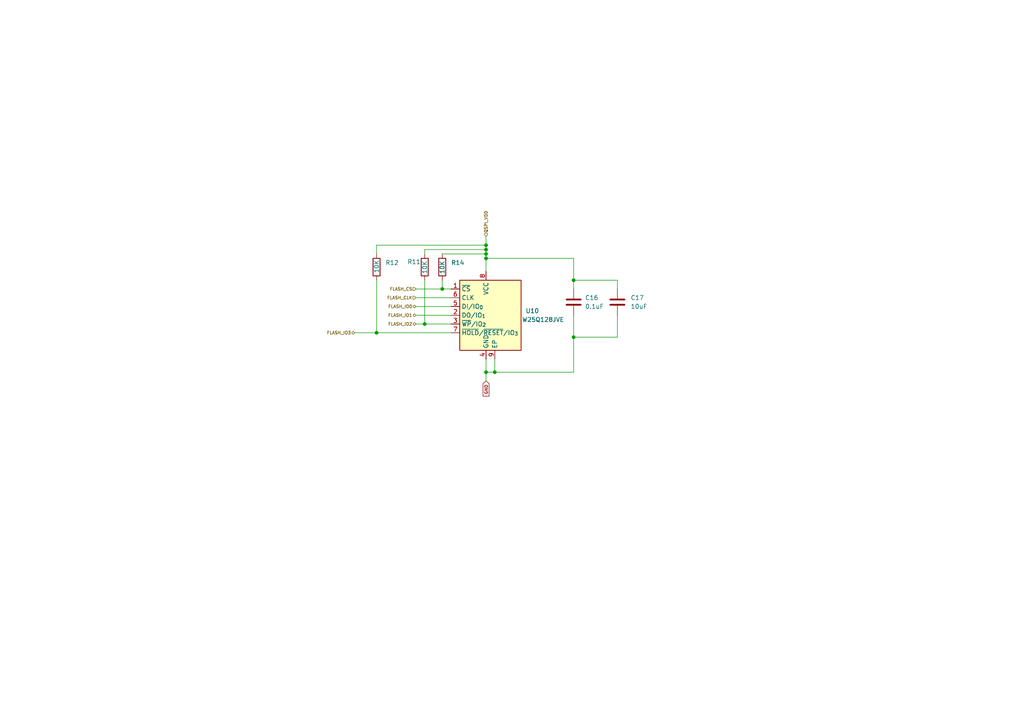
<source format=kicad_sch>
(kicad_sch
	(version 20250114)
	(generator "eeschema")
	(generator_version "9.0")
	(uuid "f61a3200-c54a-4e92-909d-9e48334055fc")
	(paper "A4")
	(lib_symbols
		(symbol "Device:C"
			(pin_numbers
				(hide yes)
			)
			(pin_names
				(offset 0.254)
			)
			(exclude_from_sim no)
			(in_bom yes)
			(on_board yes)
			(property "Reference" "C"
				(at 0.635 2.54 0)
				(effects
					(font
						(size 1.27 1.27)
					)
					(justify left)
				)
			)
			(property "Value" "C"
				(at 0.635 -2.54 0)
				(effects
					(font
						(size 1.27 1.27)
					)
					(justify left)
				)
			)
			(property "Footprint" ""
				(at 0.9652 -3.81 0)
				(effects
					(font
						(size 1.27 1.27)
					)
					(hide yes)
				)
			)
			(property "Datasheet" "~"
				(at 0 0 0)
				(effects
					(font
						(size 1.27 1.27)
					)
					(hide yes)
				)
			)
			(property "Description" "Unpolarized capacitor"
				(at 0 0 0)
				(effects
					(font
						(size 1.27 1.27)
					)
					(hide yes)
				)
			)
			(property "ki_keywords" "cap capacitor"
				(at 0 0 0)
				(effects
					(font
						(size 1.27 1.27)
					)
					(hide yes)
				)
			)
			(property "ki_fp_filters" "C_*"
				(at 0 0 0)
				(effects
					(font
						(size 1.27 1.27)
					)
					(hide yes)
				)
			)
			(symbol "C_0_1"
				(polyline
					(pts
						(xy -2.032 0.762) (xy 2.032 0.762)
					)
					(stroke
						(width 0.508)
						(type default)
					)
					(fill
						(type none)
					)
				)
				(polyline
					(pts
						(xy -2.032 -0.762) (xy 2.032 -0.762)
					)
					(stroke
						(width 0.508)
						(type default)
					)
					(fill
						(type none)
					)
				)
			)
			(symbol "C_1_1"
				(pin passive line
					(at 0 3.81 270)
					(length 2.794)
					(name "~"
						(effects
							(font
								(size 1.27 1.27)
							)
						)
					)
					(number "1"
						(effects
							(font
								(size 1.27 1.27)
							)
						)
					)
				)
				(pin passive line
					(at 0 -3.81 90)
					(length 2.794)
					(name "~"
						(effects
							(font
								(size 1.27 1.27)
							)
						)
					)
					(number "2"
						(effects
							(font
								(size 1.27 1.27)
							)
						)
					)
				)
			)
			(embedded_fonts no)
		)
		(symbol "Device:R"
			(pin_numbers
				(hide yes)
			)
			(pin_names
				(offset 0)
			)
			(exclude_from_sim no)
			(in_bom yes)
			(on_board yes)
			(property "Reference" "R"
				(at 2.032 0 90)
				(effects
					(font
						(size 1.27 1.27)
					)
				)
			)
			(property "Value" "R"
				(at 0 0 90)
				(effects
					(font
						(size 1.27 1.27)
					)
				)
			)
			(property "Footprint" ""
				(at -1.778 0 90)
				(effects
					(font
						(size 1.27 1.27)
					)
					(hide yes)
				)
			)
			(property "Datasheet" "~"
				(at 0 0 0)
				(effects
					(font
						(size 1.27 1.27)
					)
					(hide yes)
				)
			)
			(property "Description" "Resistor"
				(at 0 0 0)
				(effects
					(font
						(size 1.27 1.27)
					)
					(hide yes)
				)
			)
			(property "ki_keywords" "R res resistor"
				(at 0 0 0)
				(effects
					(font
						(size 1.27 1.27)
					)
					(hide yes)
				)
			)
			(property "ki_fp_filters" "R_*"
				(at 0 0 0)
				(effects
					(font
						(size 1.27 1.27)
					)
					(hide yes)
				)
			)
			(symbol "R_0_1"
				(rectangle
					(start -1.016 -2.54)
					(end 1.016 2.54)
					(stroke
						(width 0.254)
						(type default)
					)
					(fill
						(type none)
					)
				)
			)
			(symbol "R_1_1"
				(pin passive line
					(at 0 3.81 270)
					(length 1.27)
					(name "~"
						(effects
							(font
								(size 1.27 1.27)
							)
						)
					)
					(number "1"
						(effects
							(font
								(size 1.27 1.27)
							)
						)
					)
				)
				(pin passive line
					(at 0 -3.81 90)
					(length 1.27)
					(name "~"
						(effects
							(font
								(size 1.27 1.27)
							)
						)
					)
					(number "2"
						(effects
							(font
								(size 1.27 1.27)
							)
						)
					)
				)
			)
			(embedded_fonts no)
		)
		(symbol "Memory_Flash:W25Q128JVE"
			(exclude_from_sim no)
			(in_bom yes)
			(on_board yes)
			(property "Reference" "U"
				(at -6.35 11.43 0)
				(effects
					(font
						(size 1.27 1.27)
					)
				)
			)
			(property "Value" "W25Q128JVE"
				(at 7.62 11.43 0)
				(effects
					(font
						(size 1.27 1.27)
					)
				)
			)
			(property "Footprint" "Package_SON:WSON-8-1EP_8x6mm_P1.27mm_EP3.4x4.3mm"
				(at 0 22.86 0)
				(effects
					(font
						(size 1.27 1.27)
					)
					(hide yes)
				)
			)
			(property "Datasheet" "https://www.winbond.com/resource-files/w25q128jv_dtr%20revc%2003272018%20plus.pdf"
				(at 0 25.4 0)
				(effects
					(font
						(size 1.27 1.27)
					)
					(hide yes)
				)
			)
			(property "Description" "128Mbit / 16MiB Serial Flash Memory, Standard/Dual/Quad SPI, 2.7-3.6V, WSON-8"
				(at 0 27.94 0)
				(effects
					(font
						(size 1.27 1.27)
					)
					(hide yes)
				)
			)
			(property "ki_keywords" "flash memory SPI QPI DTR"
				(at 0 0 0)
				(effects
					(font
						(size 1.27 1.27)
					)
					(hide yes)
				)
			)
			(property "ki_fp_filters" "WSON*1EP*8x6mm*P1.27mm*"
				(at 0 0 0)
				(effects
					(font
						(size 1.27 1.27)
					)
					(hide yes)
				)
			)
			(symbol "W25Q128JVE_0_1"
				(rectangle
					(start -7.62 10.16)
					(end 10.16 -10.16)
					(stroke
						(width 0.254)
						(type default)
					)
					(fill
						(type background)
					)
				)
			)
			(symbol "W25Q128JVE_1_1"
				(pin input line
					(at -10.16 7.62 0)
					(length 2.54)
					(name "~{CS}"
						(effects
							(font
								(size 1.27 1.27)
							)
						)
					)
					(number "1"
						(effects
							(font
								(size 1.27 1.27)
							)
						)
					)
				)
				(pin input line
					(at -10.16 5.08 0)
					(length 2.54)
					(name "CLK"
						(effects
							(font
								(size 1.27 1.27)
							)
						)
					)
					(number "6"
						(effects
							(font
								(size 1.27 1.27)
							)
						)
					)
				)
				(pin bidirectional line
					(at -10.16 2.54 0)
					(length 2.54)
					(name "DI/IO_{0}"
						(effects
							(font
								(size 1.27 1.27)
							)
						)
					)
					(number "5"
						(effects
							(font
								(size 1.27 1.27)
							)
						)
					)
				)
				(pin bidirectional line
					(at -10.16 0 0)
					(length 2.54)
					(name "DO/IO_{1}"
						(effects
							(font
								(size 1.27 1.27)
							)
						)
					)
					(number "2"
						(effects
							(font
								(size 1.27 1.27)
							)
						)
					)
				)
				(pin bidirectional line
					(at -10.16 -2.54 0)
					(length 2.54)
					(name "~{WP}/IO_{2}"
						(effects
							(font
								(size 1.27 1.27)
							)
						)
					)
					(number "3"
						(effects
							(font
								(size 1.27 1.27)
							)
						)
					)
				)
				(pin bidirectional line
					(at -10.16 -5.08 0)
					(length 2.54)
					(name "~{HOLD}/~{RESET}/IO_{3}"
						(effects
							(font
								(size 1.27 1.27)
							)
						)
					)
					(number "7"
						(effects
							(font
								(size 1.27 1.27)
							)
						)
					)
				)
				(pin power_in line
					(at 0 12.7 270)
					(length 2.54)
					(name "VCC"
						(effects
							(font
								(size 1.27 1.27)
							)
						)
					)
					(number "8"
						(effects
							(font
								(size 1.27 1.27)
							)
						)
					)
				)
				(pin power_in line
					(at 0 -12.7 90)
					(length 2.54)
					(name "GND"
						(effects
							(font
								(size 1.27 1.27)
							)
						)
					)
					(number "4"
						(effects
							(font
								(size 1.27 1.27)
							)
						)
					)
				)
				(pin passive line
					(at 2.54 -12.7 90)
					(length 2.54)
					(name "EP"
						(effects
							(font
								(size 1.27 1.27)
							)
						)
					)
					(number "9"
						(effects
							(font
								(size 1.27 1.27)
							)
						)
					)
				)
			)
			(embedded_fonts no)
		)
	)
	(junction
		(at 128.27 83.82)
		(diameter 0)
		(color 0 0 0 0)
		(uuid "10f46da6-af3b-43c7-b4c2-700f412214ef")
	)
	(junction
		(at 140.97 71.12)
		(diameter 0)
		(color 0 0 0 0)
		(uuid "4812aaa1-8dc9-48ce-9689-a3860436e463")
	)
	(junction
		(at 140.97 107.95)
		(diameter 0)
		(color 0 0 0 0)
		(uuid "6dde8a3b-3be3-46b2-a301-b1326746f257")
	)
	(junction
		(at 143.51 107.95)
		(diameter 0)
		(color 0 0 0 0)
		(uuid "7e3c5bd8-a5d6-447c-8b83-4a8283e42bee")
	)
	(junction
		(at 140.97 73.66)
		(diameter 0)
		(color 0 0 0 0)
		(uuid "8bff435a-6abc-4dab-ae37-72fafad4c11e")
	)
	(junction
		(at 140.97 72.39)
		(diameter 0)
		(color 0 0 0 0)
		(uuid "913dbc50-16e1-40ae-833f-7d29d997cf50")
	)
	(junction
		(at 166.37 97.79)
		(diameter 0)
		(color 0 0 0 0)
		(uuid "a1902a49-b8fb-44dc-ae08-642074d9820b")
	)
	(junction
		(at 109.22 96.52)
		(diameter 0)
		(color 0 0 0 0)
		(uuid "c7aec446-5dbb-4ac8-8a09-3071a5948be9")
	)
	(junction
		(at 166.37 81.28)
		(diameter 0)
		(color 0 0 0 0)
		(uuid "df70eab0-14d3-4289-9200-8202d6c3a3b8")
	)
	(junction
		(at 140.97 74.93)
		(diameter 0)
		(color 0 0 0 0)
		(uuid "dff5ae67-1416-412a-9c51-68bf40422fc3")
	)
	(junction
		(at 123.19 93.98)
		(diameter 0)
		(color 0 0 0 0)
		(uuid "f40e39f8-489a-44fe-a0f0-99801fd7ab30")
	)
	(wire
		(pts
			(xy 166.37 81.28) (xy 166.37 83.82)
		)
		(stroke
			(width 0)
			(type default)
		)
		(uuid "085b8b8b-2788-47d5-aa74-570bce147226")
	)
	(wire
		(pts
			(xy 123.19 72.39) (xy 140.97 72.39)
		)
		(stroke
			(width 0)
			(type default)
		)
		(uuid "097d396c-454b-4b47-9d77-394ee5786025")
	)
	(wire
		(pts
			(xy 102.87 96.52) (xy 109.22 96.52)
		)
		(stroke
			(width 0)
			(type default)
		)
		(uuid "0f8623f6-3165-4b7a-a5a7-2d0d2f2c8a08")
	)
	(wire
		(pts
			(xy 109.22 96.52) (xy 130.81 96.52)
		)
		(stroke
			(width 0)
			(type default)
		)
		(uuid "1a8c5cfe-13b9-465c-b428-37d6a953e755")
	)
	(wire
		(pts
			(xy 179.07 81.28) (xy 166.37 81.28)
		)
		(stroke
			(width 0)
			(type default)
		)
		(uuid "1ac543e8-aeec-4b98-bfbb-a411361f8803")
	)
	(wire
		(pts
			(xy 120.65 91.44) (xy 130.81 91.44)
		)
		(stroke
			(width 0)
			(type default)
		)
		(uuid "1f325f00-a524-4c8c-87d3-69b272a92740")
	)
	(wire
		(pts
			(xy 140.97 107.95) (xy 143.51 107.95)
		)
		(stroke
			(width 0)
			(type default)
		)
		(uuid "308b829a-6649-47cf-91bf-219081fc28e6")
	)
	(wire
		(pts
			(xy 140.97 72.39) (xy 140.97 73.66)
		)
		(stroke
			(width 0)
			(type default)
		)
		(uuid "32978720-8bb5-46e9-996e-e5bf5950c99e")
	)
	(wire
		(pts
			(xy 179.07 91.44) (xy 179.07 97.79)
		)
		(stroke
			(width 0)
			(type default)
		)
		(uuid "338929f7-332d-445e-ab0d-3f047d900c71")
	)
	(wire
		(pts
			(xy 140.97 68.58) (xy 140.97 71.12)
		)
		(stroke
			(width 0)
			(type default)
		)
		(uuid "3436a75c-7a00-483c-adb2-ab9249262e48")
	)
	(wire
		(pts
			(xy 128.27 81.28) (xy 128.27 83.82)
		)
		(stroke
			(width 0)
			(type default)
		)
		(uuid "38b52a7b-1ef2-4d85-b72d-19dd559c9b86")
	)
	(wire
		(pts
			(xy 128.27 73.66) (xy 140.97 73.66)
		)
		(stroke
			(width 0)
			(type default)
		)
		(uuid "395d6965-9269-42c5-bdfb-9e2c4311ef76")
	)
	(wire
		(pts
			(xy 109.22 81.28) (xy 109.22 96.52)
		)
		(stroke
			(width 0)
			(type default)
		)
		(uuid "3dc180f3-aa82-4b1b-b754-28d62fa3801e")
	)
	(wire
		(pts
			(xy 120.65 83.82) (xy 128.27 83.82)
		)
		(stroke
			(width 0)
			(type default)
		)
		(uuid "3df4cf83-c9c9-4d16-a322-f3f2810524f1")
	)
	(wire
		(pts
			(xy 179.07 97.79) (xy 166.37 97.79)
		)
		(stroke
			(width 0)
			(type default)
		)
		(uuid "44673a62-5f57-42ad-b6be-22f2902b9e90")
	)
	(wire
		(pts
			(xy 140.97 110.49) (xy 140.97 107.95)
		)
		(stroke
			(width 0)
			(type default)
		)
		(uuid "5807f2ef-e76d-4599-941e-36ad3f3b54cd")
	)
	(wire
		(pts
			(xy 120.65 93.98) (xy 123.19 93.98)
		)
		(stroke
			(width 0)
			(type default)
		)
		(uuid "6724012c-f49f-422c-817a-5ea24be5c29c")
	)
	(wire
		(pts
			(xy 128.27 83.82) (xy 130.81 83.82)
		)
		(stroke
			(width 0)
			(type default)
		)
		(uuid "6f2f2f9d-0a55-4851-9ba7-4035ae9fe089")
	)
	(wire
		(pts
			(xy 109.22 71.12) (xy 140.97 71.12)
		)
		(stroke
			(width 0)
			(type default)
		)
		(uuid "7c21e69a-d0e9-4ac7-8263-0142b4259f80")
	)
	(wire
		(pts
			(xy 109.22 73.66) (xy 109.22 71.12)
		)
		(stroke
			(width 0)
			(type default)
		)
		(uuid "7daee719-3a52-4073-92d1-d7e1fe00f10a")
	)
	(wire
		(pts
			(xy 123.19 73.66) (xy 123.19 72.39)
		)
		(stroke
			(width 0)
			(type default)
		)
		(uuid "89f78938-a368-4f3b-8f88-8f80bc96de8d")
	)
	(wire
		(pts
			(xy 140.97 73.66) (xy 140.97 74.93)
		)
		(stroke
			(width 0)
			(type default)
		)
		(uuid "8c320bb1-ebfe-460b-adca-a14852a340a9")
	)
	(wire
		(pts
			(xy 166.37 91.44) (xy 166.37 97.79)
		)
		(stroke
			(width 0)
			(type default)
		)
		(uuid "94145c4d-8726-46cf-8533-c070d22465e6")
	)
	(wire
		(pts
			(xy 140.97 74.93) (xy 166.37 74.93)
		)
		(stroke
			(width 0)
			(type default)
		)
		(uuid "94b6e2c3-47aa-40d4-a81d-20ccc979ce77")
	)
	(wire
		(pts
			(xy 179.07 83.82) (xy 179.07 81.28)
		)
		(stroke
			(width 0)
			(type default)
		)
		(uuid "9965d662-0291-4880-bbf7-a718f896628d")
	)
	(wire
		(pts
			(xy 120.65 88.9) (xy 130.81 88.9)
		)
		(stroke
			(width 0)
			(type default)
		)
		(uuid "a615445d-6c53-424c-a7ad-cb4722b76ad3")
	)
	(wire
		(pts
			(xy 120.65 86.36) (xy 130.81 86.36)
		)
		(stroke
			(width 0)
			(type default)
		)
		(uuid "b2ffb810-a401-4165-a0e3-cca970d16f20")
	)
	(wire
		(pts
			(xy 143.51 107.95) (xy 166.37 107.95)
		)
		(stroke
			(width 0)
			(type default)
		)
		(uuid "cbdc6d2d-c384-46d6-bc0d-20f79c398827")
	)
	(wire
		(pts
			(xy 140.97 74.93) (xy 140.97 78.74)
		)
		(stroke
			(width 0)
			(type default)
		)
		(uuid "cd6c2585-c0d2-4045-a19b-19802283ae53")
	)
	(wire
		(pts
			(xy 140.97 71.12) (xy 140.97 72.39)
		)
		(stroke
			(width 0)
			(type default)
		)
		(uuid "d23d9c9c-4780-47ea-b02b-a74bdca238c5")
	)
	(wire
		(pts
			(xy 166.37 74.93) (xy 166.37 81.28)
		)
		(stroke
			(width 0)
			(type default)
		)
		(uuid "d79ac9b8-2766-430c-8b47-a8c3a2c498eb")
	)
	(wire
		(pts
			(xy 123.19 81.28) (xy 123.19 93.98)
		)
		(stroke
			(width 0)
			(type default)
		)
		(uuid "e859f0b7-661b-4042-95a0-37f40a9cddd2")
	)
	(wire
		(pts
			(xy 123.19 93.98) (xy 130.81 93.98)
		)
		(stroke
			(width 0)
			(type default)
		)
		(uuid "eba5ed17-44b5-464a-af29-6d1e06dde79e")
	)
	(wire
		(pts
			(xy 143.51 104.14) (xy 143.51 107.95)
		)
		(stroke
			(width 0)
			(type default)
		)
		(uuid "f21c2a7c-c6af-4f51-8b1a-b3442ea76040")
	)
	(wire
		(pts
			(xy 140.97 107.95) (xy 140.97 104.14)
		)
		(stroke
			(width 0)
			(type default)
		)
		(uuid "f668b37c-12b7-4294-8ca0-f240b3bc040c")
	)
	(wire
		(pts
			(xy 166.37 97.79) (xy 166.37 107.95)
		)
		(stroke
			(width 0)
			(type default)
		)
		(uuid "fa5b7197-33d8-4d52-8dfa-41aca5dc2695")
	)
	(global_label "GND"
		(shape input)
		(at 140.97 110.49 270)
		(fields_autoplaced yes)
		(effects
			(font
				(size 0.889 0.889)
			)
			(justify right)
		)
		(uuid "63ddfc30-ecd0-4156-aa74-febe63929254")
		(property "Intersheetrefs" "${INTERSHEET_REFS}"
			(at 140.97 115.2888 90)
			(effects
				(font
					(size 1.27 1.27)
				)
				(justify right)
				(hide yes)
			)
		)
	)
	(hierarchical_label "FLASH_CS"
		(shape input)
		(at 120.65 83.82 180)
		(effects
			(font
				(size 0.889 0.889)
			)
			(justify right)
		)
		(uuid "08209771-f206-40ce-8251-a4693beac702")
	)
	(hierarchical_label "FLASH_IO1"
		(shape bidirectional)
		(at 120.65 91.44 180)
		(effects
			(font
				(size 0.889 0.889)
			)
			(justify right)
		)
		(uuid "2e3ac00d-6282-4461-83f1-33fab9b23774")
	)
	(hierarchical_label "FLASH_CLK"
		(shape input)
		(at 120.65 86.36 180)
		(effects
			(font
				(size 0.889 0.889)
			)
			(justify right)
		)
		(uuid "4383a300-f07c-4437-8410-d652a87a5871")
	)
	(hierarchical_label "QSPI_VDD"
		(shape input)
		(at 140.97 68.58 90)
		(effects
			(font
				(size 0.889 0.889)
			)
			(justify left)
		)
		(uuid "6a31f32e-f0b4-4656-a33d-067431aee488")
	)
	(hierarchical_label "FLASH_IO0"
		(shape bidirectional)
		(at 120.65 88.9 180)
		(effects
			(font
				(size 0.889 0.889)
			)
			(justify right)
		)
		(uuid "96683ab0-0695-409e-ae31-bc72b8b526bb")
	)
	(hierarchical_label "FLASH_IO2"
		(shape bidirectional)
		(at 120.65 93.98 180)
		(effects
			(font
				(size 0.889 0.889)
			)
			(justify right)
		)
		(uuid "9decce5a-5d9c-41ad-a832-0332a44089af")
	)
	(hierarchical_label "FLASH_IO3"
		(shape bidirectional)
		(at 102.87 96.52 180)
		(effects
			(font
				(size 0.889 0.889)
			)
			(justify right)
		)
		(uuid "f909bf6f-f608-4350-97ab-e40717f46e6f")
	)
	(symbol
		(lib_id "Device:C")
		(at 179.07 87.63 0)
		(unit 1)
		(exclude_from_sim no)
		(in_bom yes)
		(on_board yes)
		(dnp no)
		(fields_autoplaced yes)
		(uuid "086ca66c-19f3-413d-88be-8a89eae3d25d")
		(property "Reference" "C17"
			(at 182.88 86.3599 0)
			(effects
				(font
					(size 1.27 1.27)
				)
				(justify left)
			)
		)
		(property "Value" "10uF"
			(at 182.88 88.8999 0)
			(effects
				(font
					(size 1.27 1.27)
				)
				(justify left)
			)
		)
		(property "Footprint" "Capacitor_SMD:C_0603_1608Metric"
			(at 180.0352 91.44 0)
			(effects
				(font
					(size 1.27 1.27)
				)
				(hide yes)
			)
		)
		(property "Datasheet" "~"
			(at 179.07 87.63 0)
			(effects
				(font
					(size 1.27 1.27)
				)
				(hide yes)
			)
		)
		(property "Description" "Unpolarized capacitor"
			(at 179.07 87.63 0)
			(effects
				(font
					(size 1.27 1.27)
				)
				(hide yes)
			)
		)
		(pin "1"
			(uuid "21f7df15-aeb7-476f-aa28-3eb890c0317c")
		)
		(pin "2"
			(uuid "6c580deb-2024-4042-8af8-2c66c7b2918f")
		)
		(instances
			(project ""
				(path "/585dc905-ec5f-492d-84ec-1a3c89419c03/1009e218-ba85-44ba-8aa8-58088aa99626"
					(reference "C17")
					(unit 1)
				)
			)
		)
	)
	(symbol
		(lib_id "Device:C")
		(at 166.37 87.63 0)
		(unit 1)
		(exclude_from_sim no)
		(in_bom yes)
		(on_board yes)
		(dnp no)
		(uuid "50388ec0-c2fe-4883-b7ae-804659b028f6")
		(property "Reference" "C16"
			(at 169.672 86.36 0)
			(effects
				(font
					(size 1.27 1.27)
				)
				(justify left)
			)
		)
		(property "Value" "0.1uF"
			(at 169.672 88.9 0)
			(effects
				(font
					(size 1.27 1.27)
				)
				(justify left)
			)
		)
		(property "Footprint" "Capacitor_SMD:C_0603_1608Metric"
			(at 167.3352 91.44 0)
			(effects
				(font
					(size 1.27 1.27)
				)
				(hide yes)
			)
		)
		(property "Datasheet" "~"
			(at 166.37 87.63 0)
			(effects
				(font
					(size 1.27 1.27)
				)
				(hide yes)
			)
		)
		(property "Description" "Unpolarized capacitor"
			(at 166.37 87.63 0)
			(effects
				(font
					(size 1.27 1.27)
				)
				(hide yes)
			)
		)
		(pin "1"
			(uuid "21f7df15-aeb7-476f-aa28-3eb890c0317d")
		)
		(pin "2"
			(uuid "6c580deb-2024-4042-8af8-2c66c7b29190")
		)
		(instances
			(project ""
				(path "/585dc905-ec5f-492d-84ec-1a3c89419c03/1009e218-ba85-44ba-8aa8-58088aa99626"
					(reference "C16")
					(unit 1)
				)
			)
		)
	)
	(symbol
		(lib_id "Device:R")
		(at 128.27 77.47 0)
		(unit 1)
		(exclude_from_sim no)
		(in_bom yes)
		(on_board yes)
		(dnp no)
		(uuid "5565b2b3-1360-4c78-80e4-3db19b3ab7fa")
		(property "Reference" "R14"
			(at 130.81 76.1999 0)
			(effects
				(font
					(size 1.27 1.27)
				)
				(justify left)
			)
		)
		(property "Value" "10K"
			(at 128.27 79.502 90)
			(effects
				(font
					(size 1.27 1.27)
				)
				(justify left)
			)
		)
		(property "Footprint" "Resistor_SMD:R_0603_1608Metric"
			(at 126.492 77.47 90)
			(effects
				(font
					(size 1.27 1.27)
				)
				(hide yes)
			)
		)
		(property "Datasheet" "~"
			(at 128.27 77.47 0)
			(effects
				(font
					(size 1.27 1.27)
				)
				(hide yes)
			)
		)
		(property "Description" "Resistor"
			(at 128.27 77.47 0)
			(effects
				(font
					(size 1.27 1.27)
				)
				(hide yes)
			)
		)
		(pin "1"
			(uuid "d039df85-4309-42ac-bb07-a3019dddd484")
		)
		(pin "2"
			(uuid "ad484901-6005-40a4-9619-886a513b121e")
		)
		(instances
			(project ""
				(path "/585dc905-ec5f-492d-84ec-1a3c89419c03/1009e218-ba85-44ba-8aa8-58088aa99626"
					(reference "R14")
					(unit 1)
				)
			)
		)
	)
	(symbol
		(lib_id "Device:R")
		(at 109.22 77.47 0)
		(unit 1)
		(exclude_from_sim no)
		(in_bom yes)
		(on_board yes)
		(dnp no)
		(uuid "7b895c17-34e5-4bc3-911c-9039ffe9d666")
		(property "Reference" "R12"
			(at 111.76 76.1999 0)
			(effects
				(font
					(size 1.27 1.27)
				)
				(justify left)
			)
		)
		(property "Value" "10K"
			(at 109.22 79.248 90)
			(effects
				(font
					(size 1.27 1.27)
				)
				(justify left)
			)
		)
		(property "Footprint" "Resistor_SMD:R_0603_1608Metric"
			(at 107.442 77.47 90)
			(effects
				(font
					(size 1.27 1.27)
				)
				(hide yes)
			)
		)
		(property "Datasheet" "~"
			(at 109.22 77.47 0)
			(effects
				(font
					(size 1.27 1.27)
				)
				(hide yes)
			)
		)
		(property "Description" "Resistor"
			(at 109.22 77.47 0)
			(effects
				(font
					(size 1.27 1.27)
				)
				(hide yes)
			)
		)
		(pin "1"
			(uuid "d039df85-4309-42ac-bb07-a3019dddd485")
		)
		(pin "2"
			(uuid "ad484901-6005-40a4-9619-886a513b121f")
		)
		(instances
			(project ""
				(path "/585dc905-ec5f-492d-84ec-1a3c89419c03/1009e218-ba85-44ba-8aa8-58088aa99626"
					(reference "R12")
					(unit 1)
				)
			)
		)
	)
	(symbol
		(lib_id "Memory_Flash:W25Q128JVE")
		(at 140.97 91.44 0)
		(unit 1)
		(exclude_from_sim no)
		(in_bom yes)
		(on_board yes)
		(dnp no)
		(uuid "d879ac09-edcc-4138-ad22-20a391d2bfb5")
		(property "Reference" "U10"
			(at 152.4 90.1699 0)
			(effects
				(font
					(size 1.27 1.27)
				)
				(justify left)
			)
		)
		(property "Value" "W25Q128JVE"
			(at 151.384 92.71 0)
			(effects
				(font
					(size 1.27 1.27)
				)
				(justify left)
			)
		)
		(property "Footprint" "Package_SON:WSON-8-1EP_8x6mm_P1.27mm_EP3.4x4.3mm"
			(at 140.97 68.58 0)
			(effects
				(font
					(size 1.27 1.27)
				)
				(hide yes)
			)
		)
		(property "Datasheet" "https://www.winbond.com/resource-files/w25q128jv_dtr%20revc%2003272018%20plus.pdf"
			(at 140.97 66.04 0)
			(effects
				(font
					(size 1.27 1.27)
				)
				(hide yes)
			)
		)
		(property "Description" "128Mbit / 16MiB Serial Flash Memory, Standard/Dual/Quad SPI, 2.7-3.6V, WSON-8"
			(at 140.97 63.5 0)
			(effects
				(font
					(size 1.27 1.27)
				)
				(hide yes)
			)
		)
		(pin "2"
			(uuid "d709f4d4-90e0-48e3-840b-151560ee3350")
		)
		(pin "6"
			(uuid "022e0740-c73f-4489-bfa1-3ce85b5a1404")
		)
		(pin "1"
			(uuid "761d0d04-68c1-4cb5-a032-3e6f9c3fb86e")
		)
		(pin "5"
			(uuid "3ce1f75e-2eba-4643-b4c3-61e648796cb6")
		)
		(pin "4"
			(uuid "39d6d77a-e0e8-4aee-aac2-d4c910e31376")
		)
		(pin "8"
			(uuid "9ee8db36-aa1d-4a06-8ef5-df6bcec74da5")
		)
		(pin "9"
			(uuid "f720d5f2-696c-40bb-8fcb-c27c858a3f56")
		)
		(pin "3"
			(uuid "5356c5fc-bfd7-4642-8ce8-3de3b87bc966")
		)
		(pin "7"
			(uuid "d1169735-852d-4f7e-9e87-cf845fe51a89")
		)
		(instances
			(project ""
				(path "/585dc905-ec5f-492d-84ec-1a3c89419c03/1009e218-ba85-44ba-8aa8-58088aa99626"
					(reference "U10")
					(unit 1)
				)
			)
		)
	)
	(symbol
		(lib_id "Device:R")
		(at 123.19 77.47 0)
		(unit 1)
		(exclude_from_sim no)
		(in_bom yes)
		(on_board yes)
		(dnp no)
		(uuid "eba30623-2086-4ce7-a7e7-72787c87a3e8")
		(property "Reference" "R11"
			(at 118.11 75.946 0)
			(effects
				(font
					(size 1.27 1.27)
				)
				(justify left)
			)
		)
		(property "Value" "10K"
			(at 123.19 79.502 90)
			(effects
				(font
					(size 1.27 1.27)
				)
				(justify left)
			)
		)
		(property "Footprint" "Resistor_SMD:R_0603_1608Metric"
			(at 121.412 77.47 90)
			(effects
				(font
					(size 1.27 1.27)
				)
				(hide yes)
			)
		)
		(property "Datasheet" "~"
			(at 123.19 77.47 0)
			(effects
				(font
					(size 1.27 1.27)
				)
				(hide yes)
			)
		)
		(property "Description" "Resistor"
			(at 123.19 77.47 0)
			(effects
				(font
					(size 1.27 1.27)
				)
				(hide yes)
			)
		)
		(pin "1"
			(uuid "d039df85-4309-42ac-bb07-a3019dddd486")
		)
		(pin "2"
			(uuid "ad484901-6005-40a4-9619-886a513b1220")
		)
		(instances
			(project ""
				(path "/585dc905-ec5f-492d-84ec-1a3c89419c03/1009e218-ba85-44ba-8aa8-58088aa99626"
					(reference "R11")
					(unit 1)
				)
			)
		)
	)
)

</source>
